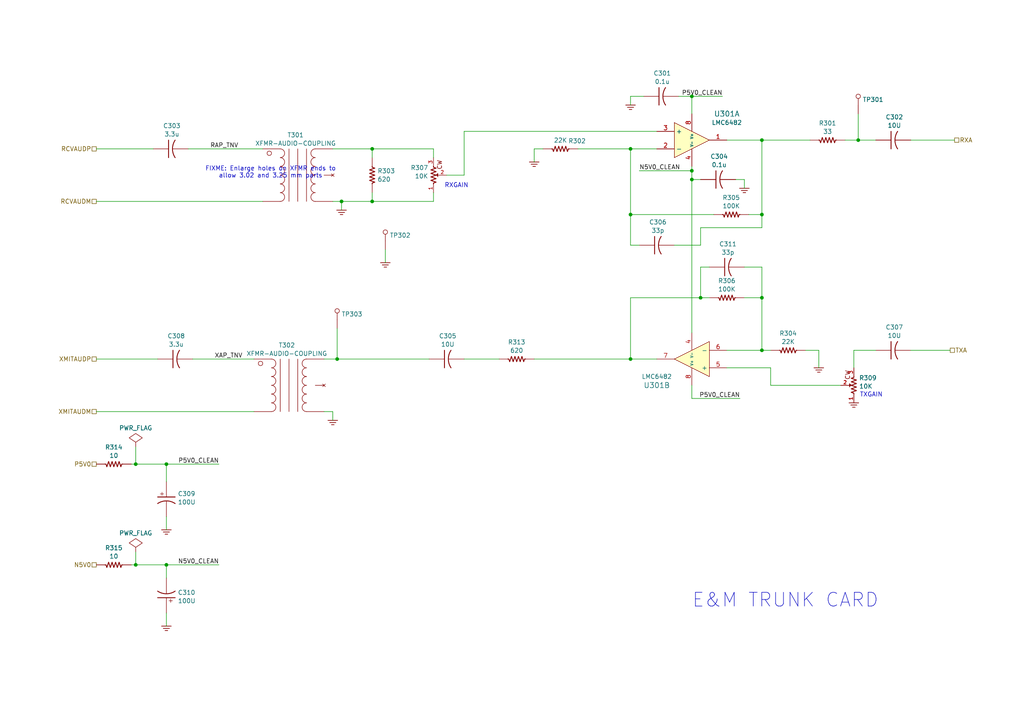
<source format=kicad_sch>
(kicad_sch (version 20231120) (generator "eeschema") (generator_version "8.0")
  (paper "A4")
  (lib_symbols
    (symbol "custom:CP_US" (pin_numbers hide) (pin_names (offset 0.254) hide)
      (property "Reference" "C" (at 1.27 2.54 0))
      (property "Value" "CP_US" (at 1.27 -2.54 0))
      (symbol "CP_US_0_1"
        (polyline (pts (xy -1.778 1.524) (xy -0.762 1.524)) (stroke (width 0.127)))
        (polyline (pts (xy -1.27 1.016) (xy -1.27 2.032)) (stroke (width 0.127)))
        (polyline (pts (xy -2.54 0.635) (xy 2.54 0.635) (xy 2.54 0.635)) (stroke (width 0.254)))
        (arc (start 2.54 -1.27) (mid 0 -0.5009) (end -2.54 -1.27) (stroke (width 0.254)))
      )
      (symbol "CP_US_1_1"
        (pin passive line (at 0 5.08 270) (length 4.445) (name "~") (number "1"))
        (pin passive line (at 0 -5.08 90) (length 4.445) (name "~") (number "2"))
      )
    )
    (symbol "custom:C_US" (pin_numbers hide) (pin_names (offset 0.254) hide)
      (property "Reference" "C" (at 1.27 2.54 0))
      (property "Value" "C_US" (at 1.27 -2.54 0))
      (symbol "C_US_0_1"
        (polyline (pts (xy -2.54 0.635) (xy 2.54 0.635) (xy 2.54 0.635)) (stroke (width 0.254)))
        (arc (start 2.54 -1.27) (mid 0 -0.5009) (end -2.54 -1.27) (stroke (width 0.254)))
      )
      (symbol "C_US_1_1"
        (pin passive line (at 0 5.08 270) (length 4.445) (name "~") (number "1"))
        (pin passive line (at 0 -5.08 90) (length 4.445) (name "~") (number "2"))
      )
    )
    (symbol "custom:C_US_0603_100NF_HS_800063-104" (pin_numbers hide) (pin_names (offset 0.254) hide)
      (property "Reference" "C" (at 1.27 2.54 0))
      (property "Value" "C_US_0603_100NF_HS_800063-104" (at 1.27 -2.54 0))
      (symbol "C_US_0603_100NF_HS_800063-104_0_1"
        (polyline (pts (xy -2.54 0.635) (xy 2.54 0.635) (xy 2.54 0.635)) (stroke (width 0.254)))
        (arc (start 2.54 -1.27) (mid 0 -0.5009) (end -2.54 -1.27) (stroke (width 0.254)))
      )
      (symbol "C_US_0603_100NF_HS_800063-104_1_1"
        (pin passive line (at 0 5.08 270) (length 4.445) (name "~") (number "1"))
        (pin passive line (at 0 -5.08 90) (length 4.445) (name "~") (number "2"))
      )
    )
    (symbol "custom:GND" (power) (pin_names (offset 0))
      (symbol "GND_0_1"
        (polyline (pts (xy -1.397 0) (xy 1.397 0)) (stroke (width 0.2032)))
        (polyline (pts (xy -0.889 -0.635) (xy 0.889 -0.635)) (stroke (width 0.2032)))
        (polyline (pts (xy -0.381 -1.27) (xy 0.381 -1.27)) (stroke (width 0.2032)))
      )
      (symbol "GND_1_1"
        (pin power_in line (at 0 0 90) (length 0) hide (name "GND") (number "1"))
      )
    )
    (symbol "custom:LMC6482"
      (property "Reference" "U" (at 2.54 3.81 0))
      (property "Value" "LMC6482" (at 5.08 -3.81 0))
      (symbol "LMC6482_0_1"
        (polyline (pts (xy -5.08 5.08) (xy 5.08 0) (xy -5.08 -5.08) (xy -5.08 5.08)) (stroke (width 0.1524)) (fill (type background)))
        (pin power_in line (at 0 -7.62 90) (length 5.08) (name "V-") (number "4"))
        (pin power_in line (at 0 7.62 270) (length 5.08) (name "V+") (number "8"))
      )
      (symbol "LMC6482_1_1"
        (pin output line (at 10.16 0 180) (length 5.08) (name "~") (number "1"))
        (pin input line (at -10.16 -2.54 0) (length 5.08) (name "-") (number "2"))
        (pin input line (at -10.16 2.54 0) (length 5.08) (name "+") (number "3"))
      )
      (symbol "LMC6482_2_1"
        (pin input line (at -10.16 2.54 0) (length 5.08) (name "+") (number "5"))
        (pin input line (at -10.16 -2.54 0) (length 5.08) (name "-") (number "6"))
        (pin output line (at 10.16 0 180) (length 5.08) (name "~") (number "7"))
      )
    )
    (symbol "custom:POT_US" (pin_names (offset 0))
      (property "Reference" "R" (at 0 -3.81 0))
      (property "Value" "POT_US" (at 0 -2.032 0))
      (symbol "POT_US_0_0"
        (polyline (pts (xy -0.508 1.27) (xy 0.508 1.27) (xy 0 0.762)) (fill (type outline)))
        (polyline (pts (xy 0 0.762) (xy -0.508 -0.762) (xy -1.016 0.762) (xy -1.524 -0.762) (xy -2.032 0.762) (xy -2.286 0) (xy -2.54 0) (xy -2.54 0)) (stroke (width 0.254)))
        (polyline (pts (xy 0 0.762) (xy 0.508 -0.762) (xy 1.016 0.762) (xy 1.524 -0.762) (xy 2.032 0.762) (xy 2.286 0) (xy 2.54 0) (xy 2.54 0)) (stroke (width 0.254)))
        (text "CW" (at 3.048 1.778 0) (effects (font (size 1.27 1.27))))
      )
      (symbol "POT_US_1_1"
        (pin passive line (at -5.08 0 0) (length 2.54) (name "~") (number "1"))
        (pin passive line (at 0 3.81 270) (length 2.54) (name "~") (number "2"))
        (pin passive line (at 5.08 0 180) (length 2.54) (name "~") (number "3"))
      )
    )
    (symbol "custom:PWR_FLAG" (power) (pin_numbers hide) (pin_names (offset 0) hide)
      (property "Value" "PWR_FLAG" (at 0 4.572 0))
      (symbol "PWR_FLAG_0_0"
        (pin power_out line (at 0 0 90) (length 0) (name "pwr") (number "1"))
      )
      (symbol "PWR_FLAG_0_1"
        (polyline (pts (xy 0 0) (xy 0 1.27) (xy -1.905 2.54) (xy 0 3.81) (xy 1.905 2.54) (xy 0 1.27)))
      )
    )
    (symbol "custom:R_US" (pin_numbers hide) (pin_names (offset 1.016) hide)
      (property "Reference" "R" (at 2.032 0 90))
      (property "Value" "R_US" (at -2.032 0 90))
      (symbol "R_US_0_0"
        (polyline (pts (xy 0 -2.54) (xy 0 -2.54) (xy 0 -2.286) (xy -0.762 -2.032) (xy 0.762 -1.524) (xy -0.762 -1.016) (xy 0.762 -0.508) (xy -0.762 0) (xy 0.762 0.508) (xy -0.762 1.016) (xy 0.762 1.524) (xy -0.762 2.032) (xy 0 2.286) (xy 0 2.54) (xy 0 2.54)) (stroke (width 0.254)))
      )
      (symbol "R_US_1_1"
        (pin passive line (at 0 5.08 270) (length 2.54) (name "~") (number "1"))
        (pin passive line (at 0 -5.08 90) (length 2.54) (name "~") (number "2"))
      )
    )
    (symbol "custom:TESTPINTPSQ025" (pin_numbers hide) (pin_names (offset 1.016) hide)
      (property "Reference" "TP" (at -1.27 1.27 0))
      (symbol "TESTPINTPSQ025_1_0"
        (polyline (pts (xy 0 -2.54) (xy 0 -0.635)))
      )
      (symbol "TESTPINTPSQ025_1_1"
        (circle (center 0 0) (radius 0.635))
        (pin passive line (at 0 -5.08 90) (length 2.54) (name "TP") (number "1"))
      )
    )
    (symbol "custom:XFMR-AUDIO-COUPLING-5-PIN" (pin_numbers hide) (pin_names (offset 1.016) hide)
      (property "Reference" "T" (at -5.08 10.16 0))
      (property "Value" "XFMR-AUDIO-COUPLING-5-PIN" (at -12.7 12.7 0))
      (symbol "XFMR-AUDIO-COUPLING-5-PIN_1_0"
        (polyline (pts (xy -2.54 7.62) (xy -2.54 -7.62)))
        (polyline (pts (xy 0 7.62) (xy 0 -7.62)))
        (polyline (pts (xy 2.54 7.62) (xy 2.54 -7.62)))
      )
      (symbol "XFMR-AUDIO-COUPLING-5-PIN_1_1"
        (circle (center -8.255 6.35) (radius 0.635))
        (arc (start -5.08 -7.62) (mid -3.8155 -6.35) (end -5.08 -5.08))
        (arc (start -5.08 -5.08) (mid -3.8155 -3.81) (end -5.08 -2.54))
        (arc (start -5.08 -2.54) (mid -3.8155 -1.27) (end -5.08 0))
        (arc (start -5.08 0) (mid -3.8155 1.27) (end -5.08 2.54))
        (arc (start -5.08 2.54) (mid -3.8155 3.81) (end -5.08 5.08))
        (arc (start -5.08 5.08) (mid -3.8155 6.35) (end -5.08 7.62))
        (arc (start 5.08 -5.08) (mid 3.8155 -6.35) (end 5.08 -7.62))
        (arc (start 5.08 -2.54) (mid 3.8155 -3.81) (end 5.08 -5.08))
        (arc (start 5.08 0) (mid 3.8155 -1.27) (end 5.08 -2.54))
        (arc (start 5.08 2.54) (mid 3.8155 1.27) (end 5.08 0))
        (arc (start 5.08 5.08) (mid 3.8155 3.81) (end 5.08 2.54))
        (arc (start 5.08 7.62) (mid 3.8155 6.35) (end 5.08 5.08))
        (pin passive line (at -10.16 7.62 0) (length 5.08) (name "P$1") (number "1"))
        (pin passive line (at -10.16 -7.62 0) (length 5.08) (name "P$2") (number "2"))
        (pin passive line (at 10.16 -7.62 180) (length 5.08) (name "P$3") (number "3"))
        (pin no_connect line (at 10.16 0 180) (length 2.54) (name "P$4") (number "4"))
        (pin passive line (at 10.16 7.62 180) (length 5.08) (name "P$5") (number "5"))
      )
    )
  )
  (junction (at 39.37 134.62))
  (junction (at 107.95 58.42))
  (junction (at 48.26 163.83))
  (junction (at 48.26 134.62))
  (junction (at 200.66 49.53))
  (junction (at 39.37 163.83))
  (junction (at 97.79 104.14))
  (junction (at 99.06 58.42))
  (junction (at 200.66 52.07))
  (junction (at 182.88 104.14))
  (junction (at 248.92 40.64))
  (junction (at 200.66 27.94))
  (junction (at 220.98 40.64))
  (junction (at 220.98 62.23))
  (junction (at 182.88 62.23))
  (junction (at 220.98 101.6))
  (junction (at 107.95 43.18))
  (junction (at 220.98 86.36))
  (junction (at 203.2 86.36))
  (junction (at 182.88 43.18))
  (wire (pts (xy 190.5 38.1) (xy 134.62 38.1)))
  (wire (pts (xy 203.2 77.47) (xy 203.2 86.36)))
  (wire (pts (xy 182.88 86.36) (xy 182.88 104.14)))
  (wire (pts (xy 215.9 86.36) (xy 220.98 86.36)))
  (wire (pts (xy 27.94 58.42) (xy 76.2 58.42)))
  (wire (pts (xy 220.98 77.47) (xy 220.98 86.36)))
  (wire (pts (xy 48.26 134.62) (xy 63.5 134.62)))
  (wire (pts (xy 215.9 77.47) (xy 220.98 77.47)))
  (wire (pts (xy 97.79 104.14) (xy 124.46 104.14)))
  (wire (pts (xy 157.48 43.18) (xy 154.94 43.18)))
  (wire (pts (xy 48.26 149.86) (xy 48.26 153.67)))
  (wire (pts (xy 200.66 52.07) (xy 200.66 96.52)))
  (wire (pts (xy 38.1 163.83) (xy 39.37 163.83)))
  (wire (pts (xy 200.66 49.53) (xy 200.66 52.07)))
  (wire (pts (xy 96.52 119.38) (xy 96.52 121.92)))
  (wire (pts (xy 54.61 43.18) (xy 76.2 43.18)))
  (wire (pts (xy 264.16 40.64) (xy 276.86 40.64)))
  (wire (pts (xy 48.26 177.8) (xy 48.26 181.61)))
  (wire (pts (xy 39.37 129.54) (xy 39.37 134.62)))
  (wire (pts (xy 195.58 71.12) (xy 203.2 71.12)))
  (wire (pts (xy 111.76 72.39) (xy 111.76 76.2)))
  (wire (pts (xy 167.64 43.18) (xy 182.88 43.18)))
  (wire (pts (xy 200.66 27.94) (xy 200.66 33.02)))
  (wire (pts (xy 203.2 71.12) (xy 203.2 66.04)))
  (wire (pts (xy 220.98 40.64) (xy 234.95 40.64)))
  (wire (pts (xy 203.2 86.36) (xy 205.74 86.36)))
  (wire (pts (xy 243.84 111.76) (xy 223.52 111.76)))
  (wire (pts (xy 223.52 106.68) (xy 210.82 106.68)))
  (wire (pts (xy 39.37 160.02) (xy 39.37 163.83)))
  (wire (pts (xy 55.88 104.14) (xy 73.66 104.14)))
  (wire (pts (xy 200.66 111.76) (xy 200.66 115.57)))
  (wire (pts (xy 248.92 40.64) (xy 254 40.64)))
  (wire (pts (xy 254 101.6) (xy 247.65 101.6)))
  (wire (pts (xy 185.42 49.53) (xy 200.66 49.53)))
  (wire (pts (xy 223.52 111.76) (xy 223.52 106.68)))
  (wire (pts (xy 96.52 58.42) (xy 99.06 58.42)))
  (wire (pts (xy 182.88 71.12) (xy 182.88 62.23)))
  (wire (pts (xy 200.66 27.94) (xy 209.55 27.94)))
  (wire (pts (xy 38.1 134.62) (xy 39.37 134.62)))
  (wire (pts (xy 186.69 27.94) (xy 182.88 27.94)))
  (wire (pts (xy 93.98 119.38) (xy 96.52 119.38)))
  (wire (pts (xy 48.26 163.83) (xy 48.26 167.64)))
  (wire (pts (xy 215.9 52.07) (xy 215.9 54.61)))
  (wire (pts (xy 200.66 52.07) (xy 203.2 52.07)))
  (wire (pts (xy 264.16 101.6) (xy 275.59 101.6)))
  (wire (pts (xy 247.65 101.6) (xy 247.65 106.68)))
  (wire (pts (xy 134.62 50.8) (xy 129.54 50.8)))
  (wire (pts (xy 107.95 43.18) (xy 107.95 45.72)))
  (wire (pts (xy 125.73 43.18) (xy 125.73 45.72)))
  (wire (pts (xy 203.2 66.04) (xy 220.98 66.04)))
  (wire (pts (xy 185.42 71.12) (xy 182.88 71.12)))
  (wire (pts (xy 200.66 115.57) (xy 214.63 115.57)))
  (wire (pts (xy 154.94 104.14) (xy 182.88 104.14)))
  (wire (pts (xy 154.94 43.18) (xy 154.94 46.99)))
  (wire (pts (xy 48.26 134.62) (xy 48.26 139.7)))
  (wire (pts (xy 125.73 58.42) (xy 125.73 55.88)))
  (wire (pts (xy 27.94 43.18) (xy 44.45 43.18)))
  (wire (pts (xy 48.26 163.83) (xy 63.5 163.83)))
  (wire (pts (xy 182.88 62.23) (xy 207.01 62.23)))
  (wire (pts (xy 134.62 38.1) (xy 134.62 50.8)))
  (wire (pts (xy 210.82 101.6) (xy 220.98 101.6)))
  (wire (pts (xy 210.82 40.64) (xy 220.98 40.64)))
  (wire (pts (xy 182.88 86.36) (xy 203.2 86.36)))
  (wire (pts (xy 182.88 62.23) (xy 182.88 43.18)))
  (wire (pts (xy 237.49 101.6) (xy 237.49 106.68)))
  (wire (pts (xy 245.11 40.64) (xy 248.92 40.64)))
  (wire (pts (xy 134.62 104.14) (xy 144.78 104.14)))
  (wire (pts (xy 97.79 95.25) (xy 97.79 104.14)))
  (wire (pts (xy 107.95 58.42) (xy 107.95 55.88)))
  (wire (pts (xy 220.98 101.6) (xy 223.52 101.6)))
  (wire (pts (xy 200.66 48.26) (xy 200.66 49.53)))
  (wire (pts (xy 233.68 101.6) (xy 237.49 101.6)))
  (wire (pts (xy 196.85 27.94) (xy 200.66 27.94)))
  (wire (pts (xy 213.36 52.07) (xy 215.9 52.07)))
  (wire (pts (xy 205.74 77.47) (xy 203.2 77.47)))
  (wire (pts (xy 107.95 58.42) (xy 125.73 58.42)))
  (wire (pts (xy 220.98 62.23) (xy 220.98 40.64)))
  (wire (pts (xy 220.98 66.04) (xy 220.98 62.23)))
  (wire (pts (xy 99.06 58.42) (xy 99.06 60.96)))
  (wire (pts (xy 220.98 86.36) (xy 220.98 101.6)))
  (wire (pts (xy 182.88 27.94) (xy 182.88 30.48)))
  (wire (pts (xy 99.06 58.42) (xy 107.95 58.42)))
  (wire (pts (xy 93.98 104.14) (xy 97.79 104.14)))
  (wire (pts (xy 27.94 104.14) (xy 45.72 104.14)))
  (wire (pts (xy 39.37 134.62) (xy 48.26 134.62)))
  (wire (pts (xy 27.94 119.38) (xy 73.66 119.38)))
  (wire (pts (xy 96.52 43.18) (xy 107.95 43.18)))
  (wire (pts (xy 217.17 62.23) (xy 220.98 62.23)))
  (wire (pts (xy 182.88 104.14) (xy 190.5 104.14)))
  (wire (pts (xy 248.92 33.02) (xy 248.92 40.64)))
  (wire (pts (xy 182.88 43.18) (xy 190.5 43.18)))
  (wire (pts (xy 107.95 43.18) (xy 125.73 43.18)))
  (wire (pts (xy 39.37 163.83) (xy 48.26 163.83)))
  (text "FIXME: Enlarge holes on XFMR ends to\nallow 3.02 and 3.25 mm parts" (at 78.486 50.038 0) (effects (font (size 1.27 1.27))))
  (text "TXGAIN" (at 256.032 115.316 0) (effects (font (size 1.27 1.27)) (justify right bottom)))
  (text "RXGAIN" (at 135.89 54.61 0) (effects (font (size 1.27 1.27)) (justify right bottom)))
  (text "E&M TRUNK CARD" (at 200.66 176.53 0) (effects (font (size 4 4)) (justify left bottom)))
  (label "XAP_TNV" (at 62.23 104.14 0))
  (label "P5V0_CLEAN" (at 214.63 115.57 180))
  (label "P5V0_CLEAN" (at 63.5 134.62 180))
  (label "P5V0_CLEAN" (at 209.55 27.94 180))
  (label "N5V0_CLEAN" (at 63.5 163.83 180))
  (label "RAP_TNV" (at 60.96 43.18 0))
  (label "N5V0_CLEAN" (at 185.42 49.53 0))
  (hierarchical_label "TXA" (shape passive) (at 275.59 101.6 0))
  (hierarchical_label "XMITAUDM" (shape passive) (at 27.94 119.38 180))
  (hierarchical_label "RCVAUDM" (shape passive) (at 27.94 58.42 180))
  (hierarchical_label "P5V0" (shape passive) (at 27.94 134.62 180))
  (hierarchical_label "RXA" (shape passive) (at 276.86 40.64 0))
  (hierarchical_label "RCVAUDP" (shape passive) (at 27.94 43.18 180))
  (hierarchical_label "XMITAUDP" (shape passive) (at 27.94 104.14 180))
  (hierarchical_label "N5V0" (shape passive) (at 27.94 163.83 180))
  (symbol (lib_id "custom:TESTPINTPSQ025") (at 248.92 27.94 0) (unit 1)
    (property "Reference" "TP301" (at 250.19 28.8925 0) (effects (justify left)))
    (property "Value" "TESTPINTPSQ025" (effects (hide yes)))
    (property "Footprint" "mods:TESTPIN" (effects (hide yes)))
    (property "PartNumber" "800116-101" (effects (hide yes)))
  )
  (symbol (lib_id "custom:CP_US") (at 48.26 172.72 180) (unit 1)
    (property "Reference" "C310" (at 51.562 171.8571 0) (effects (justify right)))
    (property "Value" "100U" (at 51.562 174.2813 0) (effects (justify right)))
    (property "Footprint" "Capacitor_SMD:CP_Elec_6.3x7.7" (effects (hide yes)))
    (property "PartNumber" "800421-107" (effects (hide yes)))
  )
  (symbol (lib_id "custom:POT_US") (at 247.65 111.76 90) (unit 1)
    (property "Reference" "R309" (at 249.174 109.6214 90) (effects (justify right)))
    (property "Value" "10K" (at 249.174 112.0456 90) (effects (justify right)))
    (property "Footprint" "mods:Potentiometer_Bourns_3296X_Horizontal_Screw_SS" (effects (hide yes)))
    (property "PartNumber" "800430-103" (effects (hide yes)))
  )
  (symbol (lib_id "custom:GND") (at 99.06 60.96 0) (unit 1)
    (property "Reference" "#PWR0304" (effects (hide yes)))
    (property "Value" "GND" (effects (hide yes)))
  )
  (symbol (lib_id "custom:C_US") (at 50.8 104.14 90) (unit 1)
    (property "Reference" "C308" (at 51.1175 97.4557 90))
    (property "Value" "3.3u" (at 51.1175 99.8799 90))
    (property "Footprint" "Capacitor_SMD:C_1210_3225Metric" (effects (hide yes)))
    (property "PartNumber" "800428-335" (effects (hide yes)))
  )
  (symbol (lib_id "custom:C_US") (at 259.08 101.6 90) (unit 1)
    (property "Reference" "C307" (at 259.3975 94.9157 90))
    (property "Value" "10U" (at 259.3975 97.3399 90))
    (property "Footprint" "Capacitor_SMD:C_0805_2012Metric" (effects (hide yes)))
    (property "PartNumber" "800003-106" (effects (hide yes)))
  )
  (symbol (lib_id "custom:XFMR-AUDIO-COUPLING-5-PIN") (at 86.36 50.8 0) (unit 1)
    (property "Reference" "T301" (at 85.725 39.1627 0))
    (property "Value" "XFMR-AUDIO-COUPLING" (at 85.725 41.5869 0))
    (property "Footprint" "mods:XFMR_AUDIO_COUPLING_PP3.575_SPC_11_HOLE_0.85" (effects (hide yes)))
    (property "PartNumber" "800427-101" (effects (hide yes)))
  )
  (symbol (lib_id "custom:R_US") (at 228.6 101.6 90) (unit 1)
    (property "Reference" "R304" (at 228.6 96.6937 90))
    (property "Value" "22K" (at 228.6 99.1179 90))
    (property "Footprint" "Resistor_SMD:R_0603_1608Metric" (effects (hide yes)))
    (property "PartNumber" "800023-220" (effects (hide yes)))
  )
  (symbol (lib_id "custom:GND") (at 237.49 106.68 0) (unit 1)
    (property "Reference" "#PWR0307" (effects (hide yes)))
    (property "Value" "GND" (effects (hide yes)))
  )
  (symbol (lib_id "custom:GND") (at 215.9 54.61 0) (unit 1)
    (property "Reference" "#PWR0303" (effects (hide yes)))
    (property "Value" "GND" (effects (hide yes)))
  )
  (symbol (lib_id "custom:R_US") (at 212.09 62.23 90) (unit 1)
    (property "Reference" "R305" (at 212.09 57.3237 90))
    (property "Value" "100K" (at 212.09 59.7479 90))
    (property "Footprint" "Resistor_SMD:R_0603_1608Metric" (effects (hide yes)))
    (property "PartNumber" "800024-100" (effects (hide yes)))
  )
  (symbol (lib_id "custom:GND") (at 154.94 46.99 0) (unit 1)
    (property "Reference" "#PWR0302" (effects (hide yes)))
    (property "Value" "GND" (effects (hide yes)))
  )
  (symbol (lib_id "custom:C_US_0603_100NF_HS_800063-104") (at 208.28 52.07 90) (unit 1)
    (property "Reference" "C304" (at 208.5975 45.3857 90))
    (property "Value" "0.1u" (at 208.5975 47.8099 90))
    (property "Footprint" "Capacitor_SMD:C_0603_1608Metric" (effects (hide yes)))
    (property "PartNumber" "800063-104" (effects (hide yes)))
  )
  (symbol (lib_id "custom:C_US") (at 49.53 43.18 90) (unit 1)
    (property "Reference" "C303" (at 49.8475 36.4957 90))
    (property "Value" "3.3u" (at 49.8475 38.9199 90))
    (property "Footprint" "Capacitor_SMD:C_1210_3225Metric" (effects (hide yes)))
    (property "PartNumber" "800428-335" (effects (hide yes)))
  )
  (symbol (lib_id "custom:C_US") (at 259.08 40.64 90) (unit 1)
    (property "Reference" "C302" (at 259.3975 33.9557 90))
    (property "Value" "10U" (at 259.3975 36.3799 90))
    (property "Footprint" "Capacitor_SMD:C_0805_2012Metric" (effects (hide yes)))
    (property "PartNumber" "800003-106" (effects (hide yes)))
  )
  (symbol (lib_id "custom:PWR_FLAG") (at 39.37 160.02 0) (unit 1)
    (property "Reference" "#FLG0302" (effects (hide yes)))
    (property "Value" "PWR_FLAG" (at 39.37 154.6169 0))
  )
  (symbol (lib_id "custom:LMC6482") (at 200.66 40.64 0) (unit 1)
    (property "Reference" "U301" (at 210.82 33.02 0) (effects (font (size 1.524 1.524))))
    (property "Value" "LMC6482" (at 210.82 35.56 0))
    (property "Footprint" "mods:SOIC8N-SAR" (effects (hide yes)))
    (property "PartNumber" "800272-101" (effects (hide yes)))
  )
  (symbol (lib_id "custom:TESTPINTPSQ025") (at 111.76 67.31 0) (unit 1)
    (property "Reference" "TP302" (at 113.03 68.2625 0) (effects (justify left)))
    (property "Value" "TESTPINTPSQ025" (effects (hide yes)))
    (property "Footprint" "mods:TESTPIN" (effects (hide yes)))
    (property "PartNumber" "800116-101" (effects (hide yes)))
  )
  (symbol (lib_id "custom:R_US") (at 210.82 86.36 90) (unit 1)
    (property "Reference" "R306" (at 210.82 81.4537 90))
    (property "Value" "100K" (at 210.82 83.8779 90))
    (property "Footprint" "Resistor_SMD:R_0603_1608Metric" (effects (hide yes)))
    (property "PartNumber" "800024-100" (effects (hide yes)))
  )
  (symbol (lib_id "custom:C_US") (at 210.82 77.47 90) (unit 1)
    (property "Reference" "C311" (at 211.1375 70.7857 90))
    (property "Value" "33p" (at 211.1375 73.2099 90))
    (property "Footprint" "Capacitor_SMD:C_0603_1608Metric" (effects (hide yes)))
    (property "PartNumber" "800002-330" (effects (hide yes)))
  )
  (symbol (lib_id "custom:PWR_FLAG") (at 39.37 129.54 0) (unit 1)
    (property "Reference" "#FLG0301" (effects (hide yes)))
    (property "Value" "PWR_FLAG" (at 39.37 124.1369 0))
  )
  (symbol (lib_id "custom:C_US") (at 190.5 71.12 90) (unit 1)
    (property "Reference" "C306" (at 190.8175 64.4357 90))
    (property "Value" "33p" (at 190.8175 66.8599 90))
    (property "Footprint" "Capacitor_SMD:C_0603_1608Metric" (effects (hide yes)))
    (property "PartNumber" "800002-330" (effects (hide yes)))
  )
  (symbol (lib_id "custom:R_US") (at 33.02 163.83 90) (unit 1)
    (property "Reference" "R315" (at 33.02 158.9237 90))
    (property "Value" "10" (at 33.02 161.3479 90))
    (property "Footprint" "Resistor_SMD:R_1206_3216Metric" (effects (hide yes)))
    (property "PartNumber" "800057-100" (effects (hide yes)))
  )
  (symbol (lib_id "custom:R_US") (at 162.56 43.18 90) (unit 1)
    (property "Reference" "R302" (at 167.386 40.894 90))
    (property "Value" "22K" (at 162.56 40.6979 90))
    (property "Footprint" "Resistor_SMD:R_0603_1608Metric" (effects (hide yes)))
    (property "PartNumber" "800023-220" (effects (hide yes)))
  )
  (symbol (lib_id "custom:R_US") (at 240.03 40.64 90) (unit 1)
    (property "Reference" "R301" (at 240.03 35.7337 90))
    (property "Value" "33" (at 240.03 38.1579 90))
    (property "Footprint" "Resistor_SMD:R_0603_1608Metric" (effects (hide yes)))
    (property "PartNumber" "800020-330" (effects (hide yes)))
  )
  (symbol (lib_id "custom:R_US") (at 149.86 104.14 90) (unit 1)
    (property "Reference" "R313" (at 149.86 99.2337 90))
    (property "Value" "620" (at 149.86 101.6579 90))
    (property "Footprint" "Resistor_SMD:R_0603_1608Metric" (effects (hide yes)))
    (property "PartNumber" "800021-620" (effects (hide yes)))
  )
  (symbol (lib_id "custom:XFMR-AUDIO-COUPLING-5-PIN") (at 83.82 111.76 0) (unit 1)
    (property "Reference" "T302" (at 83.185 100.1227 0))
    (property "Value" "XFMR-AUDIO-COUPLING" (at 83.185 102.5469 0))
    (property "Footprint" "mods:XFMR_AUDIO_COUPLING_PP3.575_SPC_11_HOLE_0.85" (effects (hide yes)))
    (property "PartNumber" "800427-101" (effects (hide yes)))
  )
  (symbol (lib_id "custom:R_US") (at 33.02 134.62 90) (unit 1)
    (property "Reference" "R314" (at 33.02 129.7137 90))
    (property "Value" "10" (at 33.02 132.1379 90))
    (property "Footprint" "Resistor_SMD:R_1206_3216Metric" (effects (hide yes)))
    (property "PartNumber" "800057-100" (effects (hide yes)))
  )
  (symbol (lib_id "custom:GND") (at 48.26 153.67 0) (unit 1)
    (property "Reference" "#PWR0309" (effects (hide yes)))
    (property "Value" "GND" (effects (hide yes)))
  )
  (symbol (lib_id "custom:C_US_0603_100NF_HS_800063-104") (at 191.77 27.94 90) (unit 1)
    (property "Reference" "C301" (at 192.0875 21.2557 90))
    (property "Value" "0.1u" (at 192.0875 23.6799 90))
    (property "Footprint" "Capacitor_SMD:C_0603_1608Metric" (effects (hide yes)))
    (property "PartNumber" "800063-104" (effects (hide yes)))
  )
  (symbol (lib_id "custom:C_US") (at 129.54 104.14 90) (unit 1)
    (property "Reference" "C305" (at 129.8575 97.4557 90))
    (property "Value" "10U" (at 129.8575 99.8799 90))
    (property "Footprint" "Capacitor_SMD:C_0805_2012Metric" (effects (hide yes)))
    (property "PartNumber" "800003-106" (effects (hide yes)))
  )
  (symbol (lib_id "custom:GND") (at 96.52 121.92 0) (unit 1)
    (property "Reference" "#PWR0308" (effects (hide yes)))
    (property "Value" "GND" (effects (hide yes)))
  )
  (symbol (lib_id "custom:TESTPINTPSQ025") (at 97.79 90.17 0) (unit 1)
    (property "Reference" "TP303" (at 99.06 91.1225 0) (effects (justify left)))
    (property "Value" "TESTPINTPSQ025" (effects (hide yes)))
    (property "Footprint" "mods:TESTPIN" (effects (hide yes)))
    (property "PartNumber" "800116-101" (effects (hide yes)))
  )
  (symbol (lib_id "custom:GND") (at 247.65 116.84 0) (unit 1)
    (property "Reference" "#PWR0305" (effects (hide yes)))
    (property "Value" "GND" (effects (hide yes)))
  )
  (symbol (lib_id "custom:LMC6482") (at 200.66 104.14 180) (unit 2)
    (property "Reference" "U301" (at 190.5 111.76 0) (effects (font (size 1.524 1.524))))
    (property "Value" "LMC6482" (at 190.5 109.22 0))
    (property "Footprint" "mods:SOIC8N-SAR" (effects (hide yes)))
    (property "PartNumber" "800272-101" (effects (hide yes)))
  )
  (symbol (lib_id "custom:POT_US") (at 125.73 50.8 270) (mirror x) (unit 1)
    (property "Reference" "R307" (at 124.206 48.6614 90) (effects (justify right)))
    (property "Value" "10K" (at 124.206 51.0856 90) (effects (justify right)))
    (property "Footprint" "mods:Potentiometer_Bourns_3296X_Horizontal_Screw_SS" (effects (hide yes)))
    (property "PartNumber" "800430-103" (effects (hide yes)))
  )
  (symbol (lib_id "custom:GND") (at 182.88 30.48 0) (unit 1)
    (property "Reference" "#PWR0301" (effects (hide yes)))
    (property "Value" "GND" (effects (hide yes)))
  )
  (symbol (lib_id "custom:R_US") (at 107.95 50.8 180) (unit 1)
    (property "Reference" "R303" (at 109.474 49.5879 0) (effects (justify right)))
    (property "Value" "620" (at 109.474 52.0121 0) (effects (justify right)))
    (property "Footprint" "Resistor_SMD:R_0603_1608Metric" (effects (hide yes)))
    (property "PartNumber" "800021-620" (effects (hide yes)))
  )
  (symbol (lib_id "custom:GND") (at 111.76 76.2 0) (unit 1)
    (property "Reference" "#PWR0306" (effects (hide yes)))
    (property "Value" "GND" (effects (hide yes)))
  )
  (symbol (lib_id "custom:CP_US") (at 48.26 144.78 0) (unit 1)
    (property "Reference" "C309" (at 51.562 143.2186 0) (effects (justify left)))
    (property "Value" "100U" (at 51.562 145.6428 0) (effects (justify left)))
    (property "Footprint" "Capacitor_SMD:CP_Elec_6.3x7.7" (effects (hide yes)))
    (property "PartNumber" "800421-107" (effects (hide yes)))
  )
  (symbol (lib_id "custom:GND") (at 48.26 181.61 0) (unit 1)
    (property "Reference" "#PWR0310" (effects (hide yes)))
    (property "Value" "GND" (effects (hide yes)))
  )
)
</source>
